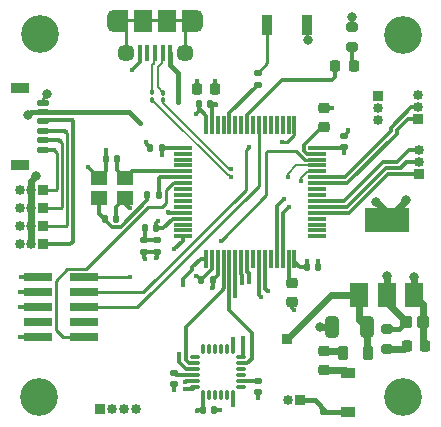
<source format=gbr>
%TF.GenerationSoftware,KiCad,Pcbnew,(6.0.5)*%
%TF.CreationDate,2022-08-01T15:23:18+02:00*%
%TF.ProjectId,DroneHardware,44726f6e-6548-4617-9264-776172652e6b,rev?*%
%TF.SameCoordinates,Original*%
%TF.FileFunction,Copper,L1,Top*%
%TF.FilePolarity,Positive*%
%FSLAX46Y46*%
G04 Gerber Fmt 4.6, Leading zero omitted, Abs format (unit mm)*
G04 Created by KiCad (PCBNEW (6.0.5)) date 2022-08-01 15:23:18*
%MOMM*%
%LPD*%
G01*
G04 APERTURE LIST*
G04 Aperture macros list*
%AMRoundRect*
0 Rectangle with rounded corners*
0 $1 Rounding radius*
0 $2 $3 $4 $5 $6 $7 $8 $9 X,Y pos of 4 corners*
0 Add a 4 corners polygon primitive as box body*
4,1,4,$2,$3,$4,$5,$6,$7,$8,$9,$2,$3,0*
0 Add four circle primitives for the rounded corners*
1,1,$1+$1,$2,$3*
1,1,$1+$1,$4,$5*
1,1,$1+$1,$6,$7*
1,1,$1+$1,$8,$9*
0 Add four rect primitives between the rounded corners*
20,1,$1+$1,$2,$3,$4,$5,0*
20,1,$1+$1,$4,$5,$6,$7,0*
20,1,$1+$1,$6,$7,$8,$9,0*
20,1,$1+$1,$8,$9,$2,$3,0*%
G04 Aperture macros list end*
%TA.AperFunction,SMDPad,CuDef*%
%ADD10RoundRect,0.250000X0.287500X0.275000X-0.287500X0.275000X-0.287500X-0.275000X0.287500X-0.275000X0*%
%TD*%
%TA.AperFunction,ComponentPad*%
%ADD11R,0.850000X0.850000*%
%TD*%
%TA.AperFunction,ComponentPad*%
%ADD12O,0.850000X0.850000*%
%TD*%
%TA.AperFunction,SMDPad,CuDef*%
%ADD13RoundRect,0.140000X0.140000X0.170000X-0.140000X0.170000X-0.140000X-0.170000X0.140000X-0.170000X0*%
%TD*%
%TA.AperFunction,SMDPad,CuDef*%
%ADD14RoundRect,0.140000X0.170000X-0.140000X0.170000X0.140000X-0.170000X0.140000X-0.170000X-0.140000X0*%
%TD*%
%TA.AperFunction,SMDPad,CuDef*%
%ADD15RoundRect,0.100000X-0.100000X0.130000X-0.100000X-0.130000X0.100000X-0.130000X0.100000X0.130000X0*%
%TD*%
%TA.AperFunction,SMDPad,CuDef*%
%ADD16RoundRect,0.135000X0.185000X-0.135000X0.185000X0.135000X-0.185000X0.135000X-0.185000X-0.135000X0*%
%TD*%
%TA.AperFunction,SMDPad,CuDef*%
%ADD17R,3.800000X2.000000*%
%TD*%
%TA.AperFunction,SMDPad,CuDef*%
%ADD18R,1.500000X2.000000*%
%TD*%
%TA.AperFunction,SMDPad,CuDef*%
%ADD19RoundRect,0.140000X-0.140000X-0.170000X0.140000X-0.170000X0.140000X0.170000X-0.140000X0.170000X0*%
%TD*%
%TA.AperFunction,SMDPad,CuDef*%
%ADD20RoundRect,0.140000X-0.170000X0.140000X-0.170000X-0.140000X0.170000X-0.140000X0.170000X0.140000X0*%
%TD*%
%TA.AperFunction,SMDPad,CuDef*%
%ADD21R,1.400000X1.200000*%
%TD*%
%TA.AperFunction,SMDPad,CuDef*%
%ADD22RoundRect,0.100000X0.100000X-0.130000X0.100000X0.130000X-0.100000X0.130000X-0.100000X-0.130000X0*%
%TD*%
%TA.AperFunction,SMDPad,CuDef*%
%ADD23RoundRect,0.075000X-0.075000X0.350000X-0.075000X-0.350000X0.075000X-0.350000X0.075000X0.350000X0*%
%TD*%
%TA.AperFunction,SMDPad,CuDef*%
%ADD24RoundRect,0.075000X-0.350000X-0.075000X0.350000X-0.075000X0.350000X0.075000X-0.350000X0.075000X0*%
%TD*%
%TA.AperFunction,SMDPad,CuDef*%
%ADD25R,0.400000X1.350000*%
%TD*%
%TA.AperFunction,ComponentPad*%
%ADD26O,1.200000X1.900000*%
%TD*%
%TA.AperFunction,SMDPad,CuDef*%
%ADD27R,1.500000X1.900000*%
%TD*%
%TA.AperFunction,SMDPad,CuDef*%
%ADD28R,1.200000X1.900000*%
%TD*%
%TA.AperFunction,ComponentPad*%
%ADD29C,1.450000*%
%TD*%
%TA.AperFunction,SMDPad,CuDef*%
%ADD30RoundRect,0.225000X-0.250000X0.225000X-0.250000X-0.225000X0.250000X-0.225000X0.250000X0.225000X0*%
%TD*%
%TA.AperFunction,SMDPad,CuDef*%
%ADD31RoundRect,0.125000X-0.375000X0.125000X-0.375000X-0.125000X0.375000X-0.125000X0.375000X0.125000X0*%
%TD*%
%TA.AperFunction,SMDPad,CuDef*%
%ADD32RoundRect,0.225000X-0.575000X0.225000X-0.575000X-0.225000X0.575000X-0.225000X0.575000X0.225000X0*%
%TD*%
%TA.AperFunction,SMDPad,CuDef*%
%ADD33RoundRect,0.218750X-0.218750X-0.256250X0.218750X-0.256250X0.218750X0.256250X-0.218750X0.256250X0*%
%TD*%
%TA.AperFunction,SMDPad,CuDef*%
%ADD34RoundRect,0.200000X-0.275000X0.200000X-0.275000X-0.200000X0.275000X-0.200000X0.275000X0.200000X0*%
%TD*%
%TA.AperFunction,SMDPad,CuDef*%
%ADD35RoundRect,0.135000X0.135000X0.185000X-0.135000X0.185000X-0.135000X-0.185000X0.135000X-0.185000X0*%
%TD*%
%TA.AperFunction,SMDPad,CuDef*%
%ADD36RoundRect,0.218750X0.218750X0.256250X-0.218750X0.256250X-0.218750X-0.256250X0.218750X-0.256250X0*%
%TD*%
%TA.AperFunction,SMDPad,CuDef*%
%ADD37RoundRect,0.218750X0.256250X-0.218750X0.256250X0.218750X-0.256250X0.218750X-0.256250X-0.218750X0*%
%TD*%
%TA.AperFunction,SMDPad,CuDef*%
%ADD38R,1.200000X0.900000*%
%TD*%
%TA.AperFunction,SMDPad,CuDef*%
%ADD39RoundRect,0.218750X-0.218750X-0.381250X0.218750X-0.381250X0.218750X0.381250X-0.218750X0.381250X0*%
%TD*%
%TA.AperFunction,ComponentPad*%
%ADD40C,3.200000*%
%TD*%
%TA.AperFunction,SMDPad,CuDef*%
%ADD41R,2.400000X0.740000*%
%TD*%
%TA.AperFunction,SMDPad,CuDef*%
%ADD42RoundRect,0.225000X0.250000X-0.225000X0.250000X0.225000X-0.250000X0.225000X-0.250000X-0.225000X0*%
%TD*%
%TA.AperFunction,SMDPad,CuDef*%
%ADD43RoundRect,0.225000X-0.225000X-0.250000X0.225000X-0.250000X0.225000X0.250000X-0.225000X0.250000X0*%
%TD*%
%TA.AperFunction,SMDPad,CuDef*%
%ADD44RoundRect,0.147500X0.147500X0.172500X-0.147500X0.172500X-0.147500X-0.172500X0.147500X-0.172500X0*%
%TD*%
%TA.AperFunction,SMDPad,CuDef*%
%ADD45RoundRect,0.250000X0.325000X0.650000X-0.325000X0.650000X-0.325000X-0.650000X0.325000X-0.650000X0*%
%TD*%
%TA.AperFunction,SMDPad,CuDef*%
%ADD46RoundRect,0.075000X-0.700000X-0.075000X0.700000X-0.075000X0.700000X0.075000X-0.700000X0.075000X0*%
%TD*%
%TA.AperFunction,SMDPad,CuDef*%
%ADD47RoundRect,0.075000X-0.075000X-0.700000X0.075000X-0.700000X0.075000X0.700000X-0.075000X0.700000X0*%
%TD*%
%TA.AperFunction,SMDPad,CuDef*%
%ADD48R,0.900000X1.700000*%
%TD*%
%TA.AperFunction,ViaPad*%
%ADD49C,0.400000*%
%TD*%
%TA.AperFunction,ViaPad*%
%ADD50C,0.800000*%
%TD*%
%TA.AperFunction,Conductor*%
%ADD51C,0.600000*%
%TD*%
%TA.AperFunction,Conductor*%
%ADD52C,0.400000*%
%TD*%
%TA.AperFunction,Conductor*%
%ADD53C,0.300000*%
%TD*%
%TA.AperFunction,Conductor*%
%ADD54C,0.250000*%
%TD*%
%TA.AperFunction,Conductor*%
%ADD55C,0.200000*%
%TD*%
G04 APERTURE END LIST*
D10*
%TO.P,C102,1*%
%TO.N,BUCK_VOUT_3V3*%
X163072500Y-109990000D03*
%TO.P,C102,2*%
%TO.N,GND*%
X161647500Y-109990000D03*
%TD*%
D11*
%TO.P,J208,1,Pin_1*%
%TO.N,PWM4*%
X130890000Y-103460000D03*
D12*
%TO.P,J208,2,Pin_2*%
%TO.N,+5V*%
X129890000Y-103460000D03*
%TO.P,J208,3,Pin_3*%
%TO.N,GND*%
X128890000Y-103460000D03*
%TD*%
D13*
%TO.P,C8,1*%
%TO.N,BUCK_VOUT_3V3*%
X145240000Y-106510000D03*
%TO.P,C8,2*%
%TO.N,GND*%
X144280000Y-106510000D03*
%TD*%
D14*
%TO.P,C5,1*%
%TO.N,BUCK_VOUT_3V3*%
X156380000Y-95250000D03*
%TO.P,C5,2*%
%TO.N,GND*%
X156380000Y-94290000D03*
%TD*%
D15*
%TO.P,R201,1*%
%TO.N,USB_CONN_D+*%
X140130000Y-90600000D03*
%TO.P,R201,2*%
%TO.N,USB_D+*%
X140130000Y-91240000D03*
%TD*%
D16*
%TO.P,R1,1*%
%TO.N,BOOT0*%
X149060000Y-89940000D03*
%TO.P,R1,2*%
%TO.N,Net-(R1-Pad2)*%
X149060000Y-88920000D03*
%TD*%
D17*
%TO.P,VR101,4,GND_4*%
%TO.N,GND*%
X159960000Y-101420000D03*
D18*
%TO.P,VR101,3,OUT*%
%TO.N,BUCK_VOUT_3V3*%
X162260000Y-107720000D03*
%TO.P,VR101,2,GND_2*%
%TO.N,GND*%
X159960000Y-107720000D03*
%TO.P,VR101,1,IN*%
%TO.N,BUCK_IN*%
X157660000Y-107720000D03*
%TD*%
D19*
%TO.P,C6,1*%
%TO.N,BUCK_VOUT_3V3*%
X144040000Y-91600000D03*
%TO.P,C6,2*%
%TO.N,GND*%
X145000000Y-91600000D03*
%TD*%
%TO.P,C12,1*%
%TO.N,Net-(C12-Pad1)*%
X136130000Y-101330000D03*
%TO.P,C12,2*%
%TO.N,GND*%
X137090000Y-101330000D03*
%TD*%
%TO.P,C4,1*%
%TO.N,BUCK_VOUT_3V3*%
X153218000Y-105402000D03*
%TO.P,C4,2*%
%TO.N,GND*%
X154178000Y-105402000D03*
%TD*%
D20*
%TO.P,C317,1*%
%TO.N,Net-(C317-Pad1)*%
X149070000Y-115030000D03*
%TO.P,C317,2*%
%TO.N,GND*%
X149070000Y-115990000D03*
%TD*%
D21*
%TO.P,Y1,1,1*%
%TO.N,HSE_IN*%
X137850000Y-97830000D03*
%TO.P,Y1,2,2*%
%TO.N,GND*%
X135650000Y-97830000D03*
%TO.P,Y1,3,3*%
%TO.N,Net-(C12-Pad1)*%
X135650000Y-99530000D03*
%TO.P,Y1,4,4*%
%TO.N,GND*%
X137850000Y-99530000D03*
%TD*%
D22*
%TO.P,R202,1*%
%TO.N,USB_D-*%
X141030000Y-91250000D03*
%TO.P,R202,2*%
%TO.N,USB_CONN_D-*%
X141030000Y-90610000D03*
%TD*%
D11*
%TO.P,J210,1,Pin_1*%
%TO.N,USART1_TX*%
X162620000Y-92810000D03*
D12*
%TO.P,J210,2,Pin_2*%
%TO.N,USART1_RX*%
X162620000Y-91810000D03*
%TO.P,J210,3,Pin_3*%
%TO.N,unconnected-(J210-Pad3)*%
X162620000Y-90810000D03*
%TD*%
D11*
%TO.P,J202,1,Pin_1*%
%TO.N,+5V*%
X152600000Y-116620000D03*
D12*
%TO.P,J202,2,Pin_2*%
%TO.N,GND*%
X151600000Y-116620000D03*
%TD*%
D23*
%TO.P,U303,1,CLKIN*%
%TO.N,GND*%
X146950000Y-112320000D03*
%TO.P,U303,2*%
%TO.N,N/C*%
X146450000Y-112320000D03*
%TO.P,U303,3*%
X145950000Y-112320000D03*
%TO.P,U303,4*%
X145450000Y-112320000D03*
%TO.P,U303,5*%
X144950000Y-112320000D03*
%TO.P,U303,6,AUX_SDA*%
%TO.N,unconnected-(U303-Pad6)*%
X144450000Y-112320000D03*
D24*
%TO.P,U303,7,AUX_SCL*%
%TO.N,unconnected-(U303-Pad7)*%
X143750000Y-113020000D03*
%TO.P,U303,8,~{CS}*%
%TO.N,MPU6000_CS_PIN*%
X143750000Y-113520000D03*
%TO.P,U303,9,AD0/MISO*%
%TO.N,GYRO_MISO_PIN*%
X143750000Y-114020000D03*
%TO.P,U303,10,REGOUT*%
%TO.N,Net-(C316-Pad1)*%
X143750000Y-114520000D03*
%TO.P,U303,11,FSYNC*%
%TO.N,GND*%
X143750000Y-115020000D03*
%TO.P,U303,12,INT*%
%TO.N,GYRO_INT_EXTI*%
X143750000Y-115520000D03*
D23*
%TO.P,U303,13,VDD*%
%TO.N,BUCK_VOUT_3V3*%
X144450000Y-116220000D03*
%TO.P,U303,14*%
%TO.N,N/C*%
X144950000Y-116220000D03*
%TO.P,U303,15*%
X145450000Y-116220000D03*
%TO.P,U303,16*%
X145950000Y-116220000D03*
%TO.P,U303,17*%
X146450000Y-116220000D03*
%TO.P,U303,18,GND*%
%TO.N,GND*%
X146950000Y-116220000D03*
D24*
%TO.P,U303,19*%
%TO.N,N/C*%
X147650000Y-115520000D03*
%TO.P,U303,20,CPOUT*%
%TO.N,Net-(C317-Pad1)*%
X147650000Y-115020000D03*
%TO.P,U303,21*%
%TO.N,N/C*%
X147650000Y-114520000D03*
%TO.P,U303,22*%
X147650000Y-114020000D03*
%TO.P,U303,23,SCL/SCLK*%
%TO.N,GYRO_SCK_PIN*%
X147650000Y-113520000D03*
%TO.P,U303,24,SDA/MOSI*%
%TO.N,GYRO_MOSI_PIN*%
X147650000Y-113020000D03*
%TD*%
D25*
%TO.P,J201,1,VBUS*%
%TO.N,+5V*%
X141660000Y-87262500D03*
%TO.P,J201,2,D-*%
%TO.N,USB_CONN_D-*%
X141010000Y-87262500D03*
%TO.P,J201,3,D+*%
%TO.N,USB_CONN_D+*%
X140360000Y-87262500D03*
%TO.P,J201,4,ID*%
%TO.N,unconnected-(J201-Pad4)*%
X139710000Y-87262500D03*
%TO.P,J201,5,GND*%
%TO.N,GND*%
X139060000Y-87262500D03*
D26*
%TO.P,J201,6,Shield*%
%TO.N,unconnected-(J201-Pad6)*%
X143860000Y-84562500D03*
D27*
X141360000Y-84562500D03*
D28*
X137460000Y-84562500D03*
D29*
X137860000Y-87262500D03*
D27*
X139360000Y-84562500D03*
D29*
X142860000Y-87262500D03*
D28*
X143260000Y-84562500D03*
D26*
X136860000Y-84562500D03*
%TD*%
D20*
%TO.P,C316,1*%
%TO.N,Net-(C316-Pad1)*%
X141940000Y-114340000D03*
%TO.P,C316,2*%
%TO.N,GND*%
X141940000Y-115300000D03*
%TD*%
D30*
%TO.P,C1,1*%
%TO.N,Net-(C1-Pad1)*%
X151976500Y-106765000D03*
%TO.P,C1,2*%
%TO.N,GND*%
X151976500Y-108315000D03*
%TD*%
D31*
%TO.P,J204,1,Pin_1*%
%TO.N,GND*%
X130840000Y-91450000D03*
%TO.P,J204,2,Pin_2*%
%TO.N,+5V*%
X130840000Y-92250000D03*
%TO.P,J204,3,Pin_3*%
%TO.N,PWM4*%
X130840000Y-93050000D03*
%TO.P,J204,4,Pin_4*%
%TO.N,PWM3*%
X130840000Y-93850000D03*
%TO.P,J204,5,Pin_5*%
%TO.N,PWM2*%
X130840000Y-94650000D03*
%TO.P,J204,6,Pin_6*%
%TO.N,PWM1*%
X130840000Y-95450000D03*
D32*
%TO.P,J204,MP*%
%TO.N,N/C*%
X128920000Y-96700000D03*
X128920000Y-90200000D03*
%TD*%
D20*
%TO.P,C9,1*%
%TO.N,+3.3VA*%
X139440000Y-103130000D03*
%TO.P,C9,2*%
%TO.N,GND*%
X139440000Y-104090000D03*
%TD*%
D33*
%TO.P,D102,2,A*%
%TO.N,BUCK_VOUT_3V3*%
X163227500Y-112100000D03*
%TO.P,D102,1,K*%
%TO.N,Net-(D102-Pad1)*%
X161652500Y-112100000D03*
%TD*%
D11*
%TO.P,J207,1,Pin_1*%
%TO.N,PWM3*%
X130890000Y-101920000D03*
D12*
%TO.P,J207,2,Pin_2*%
%TO.N,+5V*%
X129890000Y-101920000D03*
%TO.P,J207,3,Pin_3*%
%TO.N,GND*%
X128890000Y-101920000D03*
%TD*%
D34*
%TO.P,R3,1*%
%TO.N,GND*%
X157020000Y-85065000D03*
%TO.P,R3,2*%
%TO.N,Net-(D1-Pad1)*%
X157020000Y-86715000D03*
%TD*%
D35*
%TO.P,R2,1*%
%TO.N,HSE_OUT*%
X140710000Y-99280000D03*
%TO.P,R2,2*%
%TO.N,Net-(C12-Pad1)*%
X139690000Y-99280000D03*
%TD*%
D36*
%TO.P,D1,1,K*%
%TO.N,Net-(D1-Pad1)*%
X157177500Y-88380000D03*
%TO.P,D1,2,A*%
%TO.N,LED0*%
X155602500Y-88380000D03*
%TD*%
D37*
%TO.P,F101,1*%
%TO.N,Net-(D101-Pad1)*%
X154700000Y-114057500D03*
%TO.P,F101,2*%
%TO.N,Net-(F101-Pad2)*%
X154700000Y-112482500D03*
%TD*%
D38*
%TO.P,D101,1,K*%
%TO.N,Net-(D101-Pad1)*%
X156700000Y-114310000D03*
%TO.P,D101,2,A*%
%TO.N,+5V*%
X156700000Y-117610000D03*
%TD*%
D11*
%TO.P,J209,1,Pin_1*%
%TO.N,USART6_TX*%
X162720000Y-97490000D03*
D12*
%TO.P,J209,2,Pin_2*%
%TO.N,USART6_RX*%
X162720000Y-96490000D03*
%TO.P,J209,3,Pin_3*%
%TO.N,USART6_CK*%
X162720000Y-95490000D03*
%TD*%
D20*
%TO.P,C10,1*%
%TO.N,+3.3VA*%
X140500000Y-103110000D03*
%TO.P,C10,2*%
%TO.N,GND*%
X140500000Y-104070000D03*
%TD*%
D39*
%TO.P,FB101,1*%
%TO.N,Net-(F101-Pad2)*%
X156237500Y-112640000D03*
%TO.P,FB101,2*%
%TO.N,BUCK_IN*%
X158362500Y-112640000D03*
%TD*%
D13*
%TO.P,C11,1*%
%TO.N,HSE_IN*%
X137160000Y-96220000D03*
%TO.P,C11,2*%
%TO.N,GND*%
X136200000Y-96220000D03*
%TD*%
D40*
%TO.P,H201,*%
%TO.N,*%
X161380000Y-116420000D03*
%TD*%
D41*
%TO.P,J203,1,Pin_1*%
%TO.N,BUCK_VOUT_3V3*%
X130410000Y-106250000D03*
%TO.P,J203,2,Pin_2*%
%TO.N,SWDIO*%
X134310000Y-106250000D03*
%TO.P,J203,3,Pin_3*%
%TO.N,GND*%
X130410000Y-107520000D03*
%TO.P,J203,4,Pin_4*%
%TO.N,SWCLK*%
X134310000Y-107520000D03*
%TO.P,J203,5,Pin_5*%
%TO.N,GND*%
X130410000Y-108790000D03*
%TO.P,J203,6,Pin_6*%
%TO.N,SWO*%
X134310000Y-108790000D03*
%TO.P,J203,7,Pin_7*%
%TO.N,unconnected-(J203-Pad7)*%
X130410000Y-110060000D03*
%TO.P,J203,8,Pin_8*%
%TO.N,unconnected-(J203-Pad8)*%
X134310000Y-110060000D03*
%TO.P,J203,9,Pin_9*%
%TO.N,GND*%
X130410000Y-111330000D03*
%TO.P,J203,10,Pin_10*%
%TO.N,NRST*%
X134310000Y-111330000D03*
%TD*%
D11*
%TO.P,J206,1,Pin_1*%
%TO.N,PWM2*%
X130890000Y-100370000D03*
D12*
%TO.P,J206,2,Pin_2*%
%TO.N,+5V*%
X129890000Y-100370000D03*
%TO.P,J206,3,Pin_3*%
%TO.N,GND*%
X128890000Y-100370000D03*
%TD*%
D42*
%TO.P,C3,1*%
%TO.N,Net-(C3-Pad1)*%
X154660000Y-93505000D03*
%TO.P,C3,2*%
%TO.N,GND*%
X154660000Y-91955000D03*
%TD*%
D40*
%TO.P,H203,*%
%TO.N,*%
X161390000Y-85770000D03*
%TD*%
D43*
%TO.P,C2,1*%
%TO.N,BUCK_VOUT_3V3*%
X143895000Y-90280000D03*
%TO.P,C2,2*%
%TO.N,GND*%
X145445000Y-90280000D03*
%TD*%
D13*
%TO.P,C7,1*%
%TO.N,BUCK_VOUT_3V3*%
X140910000Y-95290000D03*
%TO.P,C7,2*%
%TO.N,GND*%
X139950000Y-95290000D03*
%TD*%
D40*
%TO.P,H204,*%
%TO.N,*%
X130590000Y-85690000D03*
%TD*%
D44*
%TO.P,L1,1*%
%TO.N,BUCK_VOUT_3V3*%
X140445000Y-102070000D03*
%TO.P,L1,2*%
%TO.N,+3.3VA*%
X139475000Y-102070000D03*
%TD*%
D19*
%TO.P,C315,1*%
%TO.N,BUCK_VOUT_3V3*%
X144430000Y-117510000D03*
%TO.P,C315,2*%
%TO.N,GND*%
X145390000Y-117510000D03*
%TD*%
D11*
%TO.P,J211,1,Pin_1*%
%TO.N,USART3_TX*%
X159220000Y-90920000D03*
D12*
%TO.P,J211,2,Pin_2*%
%TO.N,USART3_RX*%
X159220000Y-91920000D03*
%TO.P,J211,3,Pin_3*%
%TO.N,unconnected-(J211-Pad3)*%
X159220000Y-92920000D03*
%TD*%
D40*
%TO.P,H202,*%
%TO.N,*%
X130570000Y-116420000D03*
%TD*%
D11*
%TO.P,J205,1,Pin_1*%
%TO.N,PWM1*%
X130890000Y-98830000D03*
D12*
%TO.P,J205,2,Pin_2*%
%TO.N,+5V*%
X129890000Y-98830000D03*
%TO.P,J205,3,Pin_3*%
%TO.N,GND*%
X128890000Y-98830000D03*
%TD*%
D45*
%TO.P,C101,1*%
%TO.N,BUCK_IN*%
X158275000Y-110480000D03*
%TO.P,C101,2*%
%TO.N,GND*%
X155325000Y-110480000D03*
%TD*%
D46*
%TO.P,U1,1,VBAT*%
%TO.N,BUCK_VOUT_3V3*%
X142735000Y-95280000D03*
%TO.P,U1,2,PC13*%
%TO.N,unconnected-(U1-Pad2)*%
X142735000Y-95780000D03*
%TO.P,U1,3,PC14*%
%TO.N,unconnected-(U1-Pad3)*%
X142735000Y-96280000D03*
%TO.P,U1,4,PC15*%
%TO.N,unconnected-(U1-Pad4)*%
X142735000Y-96780000D03*
%TO.P,U1,5,PH0*%
%TO.N,HSE_IN*%
X142735000Y-97280000D03*
%TO.P,U1,6,PH1*%
%TO.N,HSE_OUT*%
X142735000Y-97780000D03*
%TO.P,U1,7,NRST*%
%TO.N,NRST*%
X142735000Y-98280000D03*
%TO.P,U1,8,PC0*%
%TO.N,unconnected-(U1-Pad8)*%
X142735000Y-98780000D03*
%TO.P,U1,9,PC1*%
%TO.N,unconnected-(U1-Pad9)*%
X142735000Y-99280000D03*
%TO.P,U1,10,PC2*%
%TO.N,unconnected-(U1-Pad10)*%
X142735000Y-99780000D03*
%TO.P,U1,11,PC3*%
%TO.N,unconnected-(U1-Pad11)*%
X142735000Y-100280000D03*
%TO.P,U1,12,VSSA*%
%TO.N,GND*%
X142735000Y-100780000D03*
%TO.P,U1,13,VDDA*%
%TO.N,BUCK_VOUT_3V3*%
X142735000Y-101280000D03*
%TO.P,U1,14,PA0*%
%TO.N,unconnected-(U1-Pad14)*%
X142735000Y-101780000D03*
%TO.P,U1,15,PA1*%
%TO.N,unconnected-(U1-Pad15)*%
X142735000Y-102280000D03*
%TO.P,U1,16,PA2*%
%TO.N,PWM4*%
X142735000Y-102780000D03*
D47*
%TO.P,U1,17,PA3*%
%TO.N,PWM3*%
X144660000Y-104705000D03*
%TO.P,U1,18,VSS*%
%TO.N,GND*%
X145160000Y-104705000D03*
%TO.P,U1,19,VDD*%
%TO.N,BUCK_VOUT_3V3*%
X145660000Y-104705000D03*
%TO.P,U1,20,PA4*%
%TO.N,MPU6000_CS_PIN*%
X146160000Y-104705000D03*
%TO.P,U1,21,PA5*%
%TO.N,GYRO_SCK_PIN*%
X146660000Y-104705000D03*
%TO.P,U1,22,PA6*%
%TO.N,GYRO_MISO_PIN*%
X147160000Y-104705000D03*
%TO.P,U1,23,PA7*%
%TO.N,GYRO_MOSI_PIN*%
X147660000Y-104705000D03*
%TO.P,U1,24,PC4*%
%TO.N,GYRO_INT_EXTI*%
X148160000Y-104705000D03*
%TO.P,U1,25,PC5*%
%TO.N,unconnected-(U1-Pad25)*%
X148660000Y-104705000D03*
%TO.P,U1,26,PB0*%
%TO.N,PWM1*%
X149160000Y-104705000D03*
%TO.P,U1,27,PB1*%
%TO.N,PWM2*%
X149660000Y-104705000D03*
%TO.P,U1,28,PB2*%
%TO.N,unconnected-(U1-Pad28)*%
X150160000Y-104705000D03*
%TO.P,U1,29,PB10*%
%TO.N,USART3_TX*%
X150660000Y-104705000D03*
%TO.P,U1,30,PB11*%
%TO.N,USART3_RX*%
X151160000Y-104705000D03*
%TO.P,U1,31,VCAP_1*%
%TO.N,Net-(C1-Pad1)*%
X151660000Y-104705000D03*
%TO.P,U1,32,VDD*%
%TO.N,BUCK_VOUT_3V3*%
X152160000Y-104705000D03*
D46*
%TO.P,U1,33,PB12*%
%TO.N,unconnected-(U1-Pad33)*%
X154085000Y-102780000D03*
%TO.P,U1,34,PB13*%
%TO.N,unconnected-(U1-Pad34)*%
X154085000Y-102280000D03*
%TO.P,U1,35,PB14*%
%TO.N,unconnected-(U1-Pad35)*%
X154085000Y-101780000D03*
%TO.P,U1,36,PB15*%
%TO.N,unconnected-(U1-Pad36)*%
X154085000Y-101280000D03*
%TO.P,U1,37,PC6*%
%TO.N,USART6_TX*%
X154085000Y-100780000D03*
%TO.P,U1,38,PC7*%
%TO.N,USART6_RX*%
X154085000Y-100280000D03*
%TO.P,U1,39,PC8*%
%TO.N,USART6_CK*%
X154085000Y-99780000D03*
%TO.P,U1,40,PC9*%
%TO.N,unconnected-(U1-Pad40)*%
X154085000Y-99280000D03*
%TO.P,U1,41,PA8*%
%TO.N,unconnected-(U1-Pad41)*%
X154085000Y-98780000D03*
%TO.P,U1,42,PA9*%
%TO.N,USART1_TX*%
X154085000Y-98280000D03*
%TO.P,U1,43,PA10*%
%TO.N,USART1_RX*%
X154085000Y-97780000D03*
%TO.P,U1,44,PA11*%
%TO.N,USB_D-*%
X154085000Y-97280000D03*
%TO.P,U1,45,PA12*%
%TO.N,USB_D+*%
X154085000Y-96780000D03*
%TO.P,U1,46,PA13*%
%TO.N,SWDIO*%
X154085000Y-96280000D03*
%TO.P,U1,47,VCAP_2*%
%TO.N,Net-(C3-Pad1)*%
X154085000Y-95780000D03*
%TO.P,U1,48,VDD*%
%TO.N,BUCK_VOUT_3V3*%
X154085000Y-95280000D03*
D47*
%TO.P,U1,49,PA14*%
%TO.N,SWCLK*%
X152160000Y-93355000D03*
%TO.P,U1,50,PA15*%
%TO.N,unconnected-(U1-Pad50)*%
X151660000Y-93355000D03*
%TO.P,U1,51,PC10*%
%TO.N,unconnected-(U1-Pad51)*%
X151160000Y-93355000D03*
%TO.P,U1,52,PC11*%
%TO.N,unconnected-(U1-Pad52)*%
X150660000Y-93355000D03*
%TO.P,U1,53,PC12*%
%TO.N,unconnected-(U1-Pad53)*%
X150160000Y-93355000D03*
%TO.P,U1,54,PD2*%
%TO.N,unconnected-(U1-Pad54)*%
X149660000Y-93355000D03*
%TO.P,U1,55,PB3*%
%TO.N,SWO*%
X149160000Y-93355000D03*
%TO.P,U1,56,PB4*%
%TO.N,unconnected-(U1-Pad56)*%
X148660000Y-93355000D03*
%TO.P,U1,57,PB5*%
%TO.N,LED0*%
X148160000Y-93355000D03*
%TO.P,U1,58,PB6*%
%TO.N,unconnected-(U1-Pad58)*%
X147660000Y-93355000D03*
%TO.P,U1,59,PB7*%
%TO.N,unconnected-(U1-Pad59)*%
X147160000Y-93355000D03*
%TO.P,U1,60,BOOT0*%
%TO.N,BOOT0*%
X146660000Y-93355000D03*
%TO.P,U1,61,PB8*%
%TO.N,unconnected-(U1-Pad61)*%
X146160000Y-93355000D03*
%TO.P,U1,62,PB9*%
%TO.N,unconnected-(U1-Pad62)*%
X145660000Y-93355000D03*
%TO.P,U1,63,VSS*%
%TO.N,GND*%
X145160000Y-93355000D03*
%TO.P,U1,64,VDD*%
%TO.N,BUCK_VOUT_3V3*%
X144660000Y-93355000D03*
%TD*%
D48*
%TO.P,SW1,1,A*%
%TO.N,BUCK_VOUT_3V3*%
X153240000Y-84905000D03*
%TO.P,SW1,2,B*%
%TO.N,Net-(R1-Pad2)*%
X149840000Y-84905000D03*
%TD*%
D11*
%TO.P,J101,1,Pin_1*%
%TO.N,BUCK_IN*%
X151560000Y-111440000D03*
%TD*%
%TO.P,J102,1,Pin_1*%
%TO.N,GND*%
X135710000Y-117410000D03*
D12*
%TO.P,J102,2,Pin_2*%
X136710000Y-117410000D03*
%TO.P,J102,3,Pin_3*%
X137710000Y-117410000D03*
%TO.P,J102,4,Pin_4*%
X138710000Y-117410000D03*
%TD*%
D34*
%TO.P,R101,2*%
%TO.N,Net-(D102-Pad1)*%
X159970000Y-112285000D03*
%TO.P,R101,1*%
%TO.N,GND*%
X159970000Y-110635000D03*
%TD*%
D49*
%TO.N,BUCK_VOUT_3V3*%
X128990000Y-106240000D03*
X156370000Y-95720000D03*
X140920000Y-95860000D03*
X143910000Y-117530000D03*
X145210000Y-107160000D03*
D50*
X153320000Y-86180000D03*
D49*
X143900000Y-89590000D03*
D50*
X162280000Y-106210000D03*
D49*
X143800000Y-92390000D03*
X153228000Y-104862000D03*
X140590000Y-101490000D03*
%TO.N,GND*%
X142880000Y-115080000D03*
X141930000Y-115810000D03*
X139560000Y-94750000D03*
X138241444Y-100411444D03*
X146940000Y-117050000D03*
X152146000Y-109030000D03*
X154168000Y-104892000D03*
X139520000Y-104680000D03*
D50*
X131180000Y-90770000D03*
D49*
X143790000Y-106130000D03*
X145440000Y-89590000D03*
D50*
X154300000Y-110480000D03*
D49*
X145520000Y-91640000D03*
X145870000Y-117500000D03*
X146940000Y-111440000D03*
X138390000Y-88730000D03*
X156720000Y-93750000D03*
X128950000Y-107520000D03*
X149070000Y-116500000D03*
X155360000Y-91890000D03*
X140480000Y-104620000D03*
X134680000Y-96920000D03*
D50*
X159060000Y-99850000D03*
D49*
X141440000Y-100750000D03*
X128940000Y-108780000D03*
D50*
X157040000Y-84200000D03*
D49*
X136210000Y-95500000D03*
X128940000Y-111310000D03*
D50*
X161580000Y-99740000D03*
X159990000Y-106100000D03*
%TO.N,+5V*%
X130280000Y-97690000D03*
D49*
X154460000Y-117590000D03*
X139080000Y-93180000D03*
D50*
X129590000Y-92540000D03*
D49*
X142270000Y-91380000D03*
%TO.N,SWDIO*%
X138210000Y-106240000D03*
X145920000Y-103150000D03*
%TO.N,SWCLK*%
X148330000Y-95200000D03*
X151090000Y-94790000D03*
%TO.N,PWM4*%
X133350000Y-92964000D03*
X141986000Y-103886000D03*
%TO.N,PWM3*%
X142748000Y-106934000D03*
X132842000Y-93980000D03*
%TO.N,USB_D-*%
X152713374Y-98053375D03*
X146830000Y-97065000D03*
%TO.N,USB_D+*%
X151583677Y-97715000D03*
X146830000Y-97715000D03*
%TO.N,PWM1*%
X131826000Y-95504000D03*
X149352000Y-107950000D03*
%TO.N,GYRO_INT_EXTI*%
X148307788Y-106666954D03*
X142890908Y-115679404D03*
%TO.N,USART3_TX*%
X151280000Y-99630000D03*
%TO.N,GYRO_MISO_PIN*%
X147160000Y-107830000D03*
X142380000Y-112750000D03*
%TO.N,GYRO_MOSI_PIN*%
X147709500Y-106705093D03*
X147800000Y-111410000D03*
%TO.N,PWM2*%
X149901500Y-107442000D03*
X132334000Y-94742000D03*
%TO.N,USART3_RX*%
X151660000Y-100330000D03*
%TD*%
D51*
%TO.N,BUCK_IN*%
X155280000Y-107720000D02*
X151560000Y-111440000D01*
X157660000Y-107720000D02*
X155280000Y-107720000D01*
%TO.N,Net-(D102-Pad1)*%
X161467500Y-112285000D02*
X161652500Y-112100000D01*
X159970000Y-112285000D02*
X161467500Y-112285000D01*
%TO.N,BUCK_VOUT_3V3*%
X163072500Y-109990000D02*
X163072500Y-111945000D01*
X163072500Y-111945000D02*
X163227500Y-112100000D01*
X163072500Y-108532500D02*
X162260000Y-107720000D01*
X163072500Y-109990000D02*
X163072500Y-108532500D01*
D52*
%TO.N,GND*%
X161002500Y-110635000D02*
X161647500Y-109990000D01*
X159970000Y-110635000D02*
X161002500Y-110635000D01*
D51*
X159960000Y-108302500D02*
X161647500Y-109990000D01*
X159960000Y-107720000D02*
X159960000Y-108302500D01*
D53*
%TO.N,BUCK_VOUT_3V3*%
X145240000Y-107130000D02*
X145210000Y-107160000D01*
D51*
X162260000Y-106230000D02*
X162280000Y-106210000D01*
D53*
X152654000Y-105410000D02*
X153210000Y-105410000D01*
X145240000Y-106510000D02*
X145240000Y-107130000D01*
X156380000Y-95250000D02*
X156380000Y-95710000D01*
X152160000Y-104916000D02*
X152654000Y-105410000D01*
X141859639Y-101280000D02*
X141069639Y-102070000D01*
X144040000Y-91930000D02*
X144660000Y-92550000D01*
X153218000Y-104872000D02*
X153228000Y-104862000D01*
X162690000Y-108150000D02*
X162260000Y-107720000D01*
X152160000Y-104705000D02*
X152160000Y-104916000D01*
X156380000Y-95710000D02*
X156370000Y-95720000D01*
X153210000Y-105410000D02*
X153218000Y-105402000D01*
X144660000Y-92550000D02*
X144660000Y-93355000D01*
X140920000Y-95280000D02*
X142735000Y-95280000D01*
X140910000Y-95290000D02*
X140920000Y-95280000D01*
X144430000Y-117510000D02*
X143930000Y-117510000D01*
X156350000Y-95280000D02*
X156380000Y-95250000D01*
X144040000Y-92150000D02*
X143800000Y-92390000D01*
X130410000Y-106250000D02*
X129000000Y-106250000D01*
X142735000Y-101280000D02*
X141859639Y-101280000D01*
X143895000Y-89595000D02*
X143900000Y-89590000D01*
D51*
X162260000Y-107720000D02*
X162260000Y-106230000D01*
D53*
X141069639Y-102070000D02*
X140445000Y-102070000D01*
D54*
X153240000Y-84905000D02*
X153240000Y-86100000D01*
D53*
X140445000Y-102070000D02*
X140445000Y-101635000D01*
X145660000Y-104705000D02*
X145660000Y-106090000D01*
X140910000Y-95850000D02*
X140920000Y-95860000D01*
X129000000Y-106250000D02*
X128990000Y-106240000D01*
X143895000Y-90280000D02*
X143895000Y-89595000D01*
X140910000Y-95290000D02*
X140910000Y-95850000D01*
X144040000Y-91600000D02*
X144040000Y-92150000D01*
X144040000Y-91600000D02*
X144040000Y-91930000D01*
D54*
X153240000Y-86100000D02*
X153320000Y-86180000D01*
D53*
X144450000Y-116220000D02*
X144450000Y-117490000D01*
X143930000Y-117510000D02*
X143910000Y-117530000D01*
X144450000Y-117490000D02*
X144430000Y-117510000D01*
X154085000Y-95280000D02*
X156350000Y-95280000D01*
X153218000Y-105402000D02*
X153218000Y-104872000D01*
X145660000Y-106090000D02*
X145240000Y-106510000D01*
X140445000Y-101635000D02*
X140590000Y-101490000D01*
%TO.N,GND*%
X128950000Y-108790000D02*
X128940000Y-108780000D01*
X136200000Y-95510000D02*
X136210000Y-95500000D01*
X139060000Y-88060000D02*
X138390000Y-88730000D01*
D54*
X130840000Y-91450000D02*
X130840000Y-91110000D01*
D51*
X159960000Y-100750000D02*
X159060000Y-99850000D01*
D53*
X146950000Y-116220000D02*
X146950000Y-117040000D01*
X145860000Y-117510000D02*
X145870000Y-117500000D01*
D51*
X159960000Y-101420000D02*
X159960000Y-100750000D01*
D53*
X140500000Y-104600000D02*
X140480000Y-104620000D01*
X151976500Y-108315000D02*
X151976500Y-108860500D01*
X130410000Y-108790000D02*
X128950000Y-108790000D01*
X151976500Y-108860500D02*
X152146000Y-109030000D01*
X145000000Y-91600000D02*
X145160000Y-91760000D01*
X139060000Y-87262500D02*
X139060000Y-88060000D01*
X142940000Y-115020000D02*
X142880000Y-115080000D01*
X156720000Y-93950000D02*
X156380000Y-94290000D01*
X137850000Y-100020000D02*
X138241444Y-100411444D01*
D54*
X130840000Y-91110000D02*
X131180000Y-90770000D01*
D53*
X139560000Y-94900000D02*
X139950000Y-95290000D01*
X145445000Y-90280000D02*
X145445000Y-89595000D01*
X141940000Y-115800000D02*
X141930000Y-115810000D01*
X130410000Y-111330000D02*
X128960000Y-111330000D01*
X135650000Y-97830000D02*
X135590000Y-97830000D01*
X139440000Y-104090000D02*
X139440000Y-104600000D01*
X146950000Y-111450000D02*
X146940000Y-111440000D01*
X154178000Y-105402000D02*
X154178000Y-104902000D01*
X145160000Y-105580361D02*
X144280000Y-106460361D01*
D51*
X159960000Y-101360000D02*
X161580000Y-99740000D01*
D53*
X128960000Y-111330000D02*
X128940000Y-111310000D01*
X145480000Y-91600000D02*
X145520000Y-91640000D01*
X139440000Y-104600000D02*
X139520000Y-104680000D01*
X141470000Y-100780000D02*
X141440000Y-100750000D01*
X146950000Y-117040000D02*
X146940000Y-117050000D01*
X139560000Y-94750000D02*
X139560000Y-94900000D01*
X154178000Y-104902000D02*
X154168000Y-104892000D01*
D51*
X155325000Y-110480000D02*
X154300000Y-110480000D01*
D53*
X136200000Y-97280000D02*
X135650000Y-97830000D01*
X140500000Y-104070000D02*
X139460000Y-104070000D01*
X146950000Y-112320000D02*
X146950000Y-111450000D01*
X137090000Y-100290000D02*
X137850000Y-99530000D01*
X154660000Y-91955000D02*
X155295000Y-91955000D01*
X145390000Y-117510000D02*
X145860000Y-117510000D01*
D51*
X159960000Y-107720000D02*
X159960000Y-106130000D01*
D53*
X141940000Y-115300000D02*
X141940000Y-115800000D01*
X145445000Y-89595000D02*
X145440000Y-89590000D01*
X145160000Y-104705000D02*
X145160000Y-105580361D01*
X145000000Y-91600000D02*
X145480000Y-91600000D01*
X157040000Y-85045000D02*
X157020000Y-85065000D01*
X157040000Y-84200000D02*
X157040000Y-85045000D01*
X143750000Y-115020000D02*
X142940000Y-115020000D01*
X145160000Y-91760000D02*
X145160000Y-93355000D01*
X130410000Y-107520000D02*
X128950000Y-107520000D01*
X140500000Y-104070000D02*
X140500000Y-104600000D01*
X139460000Y-104070000D02*
X139440000Y-104090000D01*
X137850000Y-99530000D02*
X137850000Y-100020000D01*
X143790000Y-106130000D02*
X143900000Y-106130000D01*
X156720000Y-93750000D02*
X156720000Y-93950000D01*
X135590000Y-97830000D02*
X134680000Y-96920000D01*
X137090000Y-101330000D02*
X137090000Y-100290000D01*
D51*
X159960000Y-101420000D02*
X159960000Y-101360000D01*
X159960000Y-106130000D02*
X159990000Y-106100000D01*
D53*
X136200000Y-96220000D02*
X136200000Y-97280000D01*
X155295000Y-91955000D02*
X155360000Y-91890000D01*
X143900000Y-106130000D02*
X144280000Y-106510000D01*
X144280000Y-106460361D02*
X144280000Y-106510000D01*
X136200000Y-96220000D02*
X136200000Y-95510000D01*
X149070000Y-115990000D02*
X149070000Y-116500000D01*
X142735000Y-100780000D02*
X141470000Y-100780000D01*
%TO.N,+3.3VA*%
X139440000Y-103130000D02*
X140480000Y-103130000D01*
X139475000Y-102070000D02*
X139475000Y-103095000D01*
X139475000Y-103095000D02*
X139440000Y-103130000D01*
X140480000Y-103130000D02*
X140500000Y-103110000D01*
%TO.N,HSE_IN*%
X142735000Y-97280000D02*
X138400000Y-97280000D01*
X138400000Y-97280000D02*
X137850000Y-97830000D01*
X137160000Y-96220000D02*
X137160000Y-97140000D01*
X137160000Y-97140000D02*
X137850000Y-97830000D01*
D51*
%TO.N,BUCK_IN*%
X158275000Y-110480000D02*
X158275000Y-112552500D01*
X158275000Y-112552500D02*
X158362500Y-112640000D01*
X157660000Y-109865000D02*
X158275000Y-110480000D01*
X157660000Y-107720000D02*
X157660000Y-109865000D01*
D53*
%TO.N,Net-(C3-Pad1)*%
X154465000Y-93505000D02*
X154660000Y-93505000D01*
X153209639Y-95780000D02*
X152960480Y-95530841D01*
X152960480Y-95009520D02*
X154465000Y-93505000D01*
X152960480Y-95530841D02*
X152960480Y-95009520D01*
X154085000Y-95780000D02*
X153209639Y-95780000D01*
%TO.N,Net-(D1-Pad1)*%
X157020000Y-88222500D02*
X157177500Y-88380000D01*
X157020000Y-86715000D02*
X157020000Y-88222500D01*
D51*
%TO.N,Net-(D101-Pad1)*%
X154700000Y-114057500D02*
X156447500Y-114057500D01*
X156447500Y-114057500D02*
X156700000Y-114310000D01*
D52*
%TO.N,+5V*%
X142270000Y-88930000D02*
X141650000Y-88310000D01*
D51*
X129890000Y-98080000D02*
X130280000Y-97690000D01*
X129890000Y-98830000D02*
X129890000Y-100370000D01*
D52*
X142270000Y-91380000D02*
X142270000Y-88930000D01*
X154480000Y-117610000D02*
X154460000Y-117590000D01*
X130840000Y-92250000D02*
X129880000Y-92250000D01*
X141650000Y-87272500D02*
X141660000Y-87262500D01*
X154870000Y-117610000D02*
X153880000Y-116620000D01*
X153880000Y-116620000D02*
X152600000Y-116620000D01*
X129880000Y-92250000D02*
X129590000Y-92540000D01*
X154870000Y-117610000D02*
X154480000Y-117610000D01*
D51*
X129890000Y-100370000D02*
X129890000Y-101920000D01*
D52*
X141650000Y-88310000D02*
X141650000Y-87272500D01*
D51*
X129890000Y-101920000D02*
X129890000Y-103460000D01*
X129890000Y-98830000D02*
X129890000Y-98080000D01*
D52*
X156700000Y-117610000D02*
X154870000Y-117610000D01*
X138150000Y-92250000D02*
X130840000Y-92250000D01*
X139080000Y-93180000D02*
X138150000Y-92250000D01*
D53*
%TO.N,Net-(C316-Pad1)*%
X143750000Y-114520000D02*
X142120000Y-114520000D01*
X142120000Y-114520000D02*
X141940000Y-114340000D01*
D51*
%TO.N,Net-(F101-Pad2)*%
X154700000Y-112482500D02*
X156080000Y-112482500D01*
X156080000Y-112482500D02*
X156237500Y-112640000D01*
D55*
%TO.N,USB_CONN_D-*%
X140580001Y-88482904D02*
X140580001Y-90160001D01*
X140919511Y-87332989D02*
X140919511Y-88143394D01*
X140919511Y-88143394D02*
X140580001Y-88482904D01*
X141070000Y-87182500D02*
X140919511Y-87332989D01*
X140580001Y-90160001D02*
X141030000Y-90610000D01*
%TO.N,USB_CONN_D+*%
X140130000Y-88157011D02*
X140130000Y-90600000D01*
X140269511Y-88157011D02*
X140130000Y-88157011D01*
X140269511Y-87346592D02*
X140269511Y-88157011D01*
D53*
%TO.N,Net-(C317-Pad1)*%
X149060000Y-115020000D02*
X149070000Y-115030000D01*
X147650000Y-115020000D02*
X149060000Y-115020000D01*
D54*
%TO.N,SWDIO*%
X145930000Y-103140000D02*
X149760000Y-99310000D01*
X149880000Y-95540000D02*
X152298567Y-95540000D01*
X134310000Y-106250000D02*
X138170000Y-106250000D01*
X149760000Y-99310000D02*
X149760000Y-95660000D01*
X152298567Y-95540000D02*
X153038567Y-96280000D01*
X149760000Y-95660000D02*
X149880000Y-95540000D01*
X153038567Y-96280000D02*
X154085000Y-96280000D01*
X138170000Y-106250000D02*
X138200000Y-106220000D01*
%TO.N,SWCLK*%
X152160000Y-94195006D02*
X152160000Y-93355000D01*
X148020000Y-96790000D02*
X148020000Y-96000000D01*
X148020000Y-95510000D02*
X148310000Y-95220000D01*
X148020000Y-96000000D02*
X148020000Y-95510000D01*
X134310000Y-107520000D02*
X139335006Y-107520000D01*
X151090000Y-94790000D02*
X151565006Y-94790000D01*
X139335006Y-107520000D02*
X148020000Y-98835006D01*
X151565006Y-94790000D02*
X152160000Y-94195006D01*
X148020000Y-98835006D02*
X148020000Y-96800000D01*
X148020000Y-96800000D02*
X148020000Y-96790000D01*
%TO.N,SWO*%
X149160000Y-98500000D02*
X149160000Y-93355000D01*
X134310000Y-108790000D02*
X138870000Y-108790000D01*
X138870000Y-108790000D02*
X149160000Y-98500000D01*
%TO.N,NRST*%
X141304520Y-98870474D02*
X141304520Y-99985480D01*
X142735000Y-98280000D02*
X141894994Y-98280000D01*
X141894994Y-98280000D02*
X141304520Y-98870474D01*
X132909022Y-105555489D02*
X131934511Y-106530000D01*
X134545583Y-105555489D02*
X132909022Y-105555489D01*
X140970000Y-100320000D02*
X139781072Y-100320000D01*
X131934511Y-106530000D02*
X131934511Y-110684511D01*
X131934511Y-110684511D02*
X132580000Y-111330000D01*
X141304520Y-99985480D02*
X140970000Y-100320000D01*
X139781072Y-100320000D02*
X134545583Y-105555489D01*
X132580000Y-111330000D02*
X134310000Y-111330000D01*
D53*
%TO.N,Net-(C1-Pad1)*%
X151660000Y-106448500D02*
X151976500Y-106765000D01*
X151660000Y-104705000D02*
X151660000Y-106448500D01*
%TO.N,BOOT0*%
X149060000Y-89940000D02*
X146660000Y-92340000D01*
X146660000Y-92340000D02*
X146660000Y-93355000D01*
%TO.N,HSE_OUT*%
X140710000Y-97830000D02*
X140710000Y-99280000D01*
X140760000Y-97780000D02*
X140710000Y-97830000D01*
X142735000Y-97780000D02*
X140760000Y-97780000D01*
%TO.N,Net-(C12-Pad1)*%
X137440480Y-101989520D02*
X139690000Y-99740000D01*
X139690000Y-99740000D02*
X139690000Y-99280000D01*
X135650000Y-99530000D02*
X135650000Y-100850000D01*
X136130000Y-101330000D02*
X136130000Y-101372285D01*
X136130000Y-101372285D02*
X136747235Y-101989520D01*
X135650000Y-100850000D02*
X136130000Y-101330000D01*
X136747235Y-101989520D02*
X137440480Y-101989520D01*
%TO.N,PWM4*%
X133391511Y-93005511D02*
X133391511Y-103218489D01*
X133350000Y-92964000D02*
X130926000Y-92964000D01*
X142735000Y-103137000D02*
X141986000Y-103886000D01*
X133391511Y-103218489D02*
X133150000Y-103460000D01*
X133150000Y-103460000D02*
X130890000Y-103460000D01*
X133350000Y-92964000D02*
X133391511Y-93005511D01*
X142735000Y-102780000D02*
X142735000Y-103137000D01*
X130926000Y-92964000D02*
X130840000Y-93050000D01*
D54*
%TO.N,PWM3*%
X132916991Y-101850000D02*
X132916991Y-94054991D01*
D53*
X144215000Y-104705000D02*
X144660000Y-104705000D01*
X132712000Y-93850000D02*
X132842000Y-93980000D01*
X143510000Y-105410000D02*
X144215000Y-104705000D01*
D54*
X132846991Y-101920000D02*
X132916991Y-101850000D01*
D53*
X142748000Y-106934000D02*
X142748000Y-106394873D01*
X143510000Y-105632873D02*
X143510000Y-105410000D01*
D54*
X130890000Y-101920000D02*
X132846991Y-101920000D01*
X132916991Y-94054991D02*
X132842000Y-93980000D01*
D53*
X142748000Y-106394873D02*
X143510000Y-105632873D01*
X130840000Y-93850000D02*
X132712000Y-93850000D01*
%TO.N,USART6_TX*%
X156800000Y-100780000D02*
X160090000Y-97490000D01*
X154085000Y-100780000D02*
X156800000Y-100780000D01*
X160090000Y-97490000D02*
X162720000Y-97490000D01*
%TO.N,USART6_RX*%
X161640481Y-96490000D02*
X162720000Y-96490000D01*
X156593572Y-100280000D02*
X159883093Y-96990480D01*
X161140000Y-96990481D02*
X161640481Y-96490000D01*
X154085000Y-100280000D02*
X156593572Y-100280000D01*
X159883093Y-96990480D02*
X161140000Y-96990481D01*
%TO.N,USART6_CK*%
X154085000Y-99780000D02*
X156387144Y-99780000D01*
X160840000Y-96490961D02*
X161840961Y-95490000D01*
X159676183Y-96490961D02*
X160840000Y-96490961D01*
X156387144Y-99780000D02*
X159676183Y-96490961D01*
X161840961Y-95490000D02*
X162720000Y-95490000D01*
%TO.N,USART1_TX*%
X161777406Y-92810000D02*
X162620000Y-92810000D01*
X160809519Y-93777887D02*
X161777406Y-92810000D01*
X160809519Y-94106909D02*
X160809519Y-93777887D01*
X154085000Y-98280000D02*
X156636427Y-98280000D01*
X156636427Y-98280000D02*
X160809519Y-94106909D01*
D55*
%TO.N,USB_D-*%
X152713374Y-97846975D02*
X153280349Y-97280000D01*
X141030000Y-91250000D02*
X141030000Y-91503603D01*
X141030000Y-91250000D02*
X141030000Y-91420000D01*
X153280349Y-97280000D02*
X154085000Y-97280000D01*
X141030000Y-91503603D02*
X146691396Y-97164999D01*
X146730001Y-97164999D02*
X146830000Y-97065000D01*
X146691396Y-97164999D02*
X146730001Y-97164999D01*
X152713374Y-98053375D02*
X152713374Y-97846975D01*
%TO.N,USB_D+*%
X140130000Y-91240000D02*
X146505001Y-97615001D01*
X151583677Y-97526323D02*
X152330000Y-96780000D01*
X146730001Y-97615001D02*
X146830000Y-97715000D01*
X151583677Y-97715000D02*
X151583677Y-97526323D01*
X146505001Y-97615001D02*
X146730001Y-97615001D01*
X152330000Y-96780000D02*
X154085000Y-96780000D01*
D53*
%TO.N,LED0*%
X148160000Y-92479639D02*
X151069639Y-89570000D01*
X151069639Y-89570000D02*
X155330000Y-89570000D01*
X155602500Y-89297500D02*
X155602500Y-88380000D01*
X155330000Y-89570000D02*
X155602500Y-89297500D01*
X148160000Y-93355000D02*
X148160000Y-92479639D01*
%TO.N,PWM1*%
X131772000Y-95450000D02*
X131826000Y-95504000D01*
X149352000Y-107950000D02*
X149160000Y-107758000D01*
X130840000Y-95450000D02*
X131772000Y-95450000D01*
D54*
X132017951Y-95695951D02*
X131826000Y-95504000D01*
X132017951Y-98782049D02*
X132017951Y-95695951D01*
X130890000Y-98830000D02*
X131970000Y-98830000D01*
X131970000Y-98830000D02*
X132017951Y-98782049D01*
D53*
X149160000Y-107758000D02*
X149160000Y-104705000D01*
%TO.N,GYRO_INT_EXTI*%
X143590596Y-115679404D02*
X143750000Y-115520000D01*
X142890908Y-115679404D02*
X143590596Y-115679404D01*
X148160000Y-104705000D02*
X148160000Y-105756445D01*
X148307788Y-105904233D02*
X148307788Y-106666954D01*
X148160000Y-105756445D02*
X148307788Y-105904233D01*
D54*
%TO.N,Net-(R1-Pad2)*%
X149840000Y-84905000D02*
X149840000Y-88140000D01*
X149840000Y-88140000D02*
X149060000Y-88920000D01*
D53*
%TO.N,USART1_RX*%
X160310000Y-93570978D02*
X160310000Y-93900000D01*
X162620000Y-91810000D02*
X162070978Y-91810000D01*
X156430000Y-97780000D02*
X154085000Y-97780000D01*
X160310000Y-93900000D02*
X156430000Y-97780000D01*
X162070978Y-91810000D02*
X160310000Y-93570978D01*
%TO.N,USART3_TX*%
X150660000Y-100250000D02*
X151280000Y-99630000D01*
X150660000Y-104705000D02*
X150660000Y-100250000D01*
%TO.N,MPU6000_CS_PIN*%
X146160000Y-104705000D02*
X146160000Y-106969040D01*
X146110970Y-107360000D02*
X142975480Y-110495490D01*
X142975480Y-110495490D02*
X142975480Y-113270841D01*
X146110970Y-107360000D02*
X146110970Y-107209990D01*
X146160000Y-106969040D02*
X146160960Y-106970000D01*
X146110970Y-107209990D02*
X146160960Y-107160000D01*
X146160960Y-106970000D02*
X146160960Y-107160000D01*
X143224639Y-113520000D02*
X142975480Y-113270841D01*
X143750000Y-113520000D02*
X143224639Y-113520000D01*
%TO.N,GYRO_SCK_PIN*%
X147650000Y-113520000D02*
X148175361Y-113520000D01*
X146610489Y-109010489D02*
X148549511Y-110949511D01*
X146660480Y-107340000D02*
X146610489Y-107389991D01*
X146610489Y-107389991D02*
X146610489Y-109010489D01*
X146660480Y-105857387D02*
X146660480Y-107340000D01*
X146660000Y-105856907D02*
X146660480Y-105857387D01*
X148549511Y-110949511D02*
X148549511Y-113145850D01*
X148549511Y-113145850D02*
X148175361Y-113520000D01*
X146660000Y-104705000D02*
X146660000Y-105856907D01*
%TO.N,GYRO_MISO_PIN*%
X143018212Y-114020000D02*
X142380000Y-113381788D01*
X142380000Y-113381788D02*
X142380000Y-112750000D01*
X143018212Y-114020000D02*
X143750000Y-114020000D01*
X147160000Y-106240000D02*
X147160000Y-107830000D01*
X147160000Y-104705000D02*
X147160000Y-106240000D01*
%TO.N,GYRO_MOSI_PIN*%
X147730000Y-113020000D02*
X147800000Y-112950000D01*
X147650000Y-113020000D02*
X147730000Y-113020000D01*
X147709500Y-106012373D02*
X147709500Y-106705093D01*
X147660000Y-105962873D02*
X147709500Y-106012373D01*
X147660000Y-104705000D02*
X147660000Y-105962873D01*
X147800000Y-112950000D02*
X147800000Y-111400000D01*
D54*
%TO.N,PWM2*%
X132397471Y-100370000D02*
X132467471Y-100300000D01*
D53*
X132242000Y-94650000D02*
X132334000Y-94742000D01*
X130840000Y-94650000D02*
X132242000Y-94650000D01*
X149660000Y-107200500D02*
X149660000Y-104705000D01*
D54*
X132467471Y-94875471D02*
X132334000Y-94742000D01*
X130890000Y-100370000D02*
X132397471Y-100370000D01*
D53*
X149901500Y-107442000D02*
X149660000Y-107200500D01*
D54*
X132467471Y-100300000D02*
X132467471Y-94875471D01*
D53*
%TO.N,USART3_RX*%
X151160000Y-100830000D02*
X151660000Y-100330000D01*
X151160000Y-104705000D02*
X151160000Y-100830000D01*
D54*
%TO.N,unconnected-(J201-Pad6)*%
X142920000Y-84882500D02*
X143320000Y-84482500D01*
X141420000Y-84482500D02*
X139420000Y-84482500D01*
X143320000Y-84482500D02*
X141420000Y-84482500D01*
X137920000Y-84882500D02*
X137520000Y-84482500D01*
X137520000Y-84482500D02*
X139420000Y-84482500D01*
X137920000Y-87182500D02*
X137920000Y-84882500D01*
X142920000Y-87182500D02*
X142920000Y-84882500D01*
%TD*%
M02*

</source>
